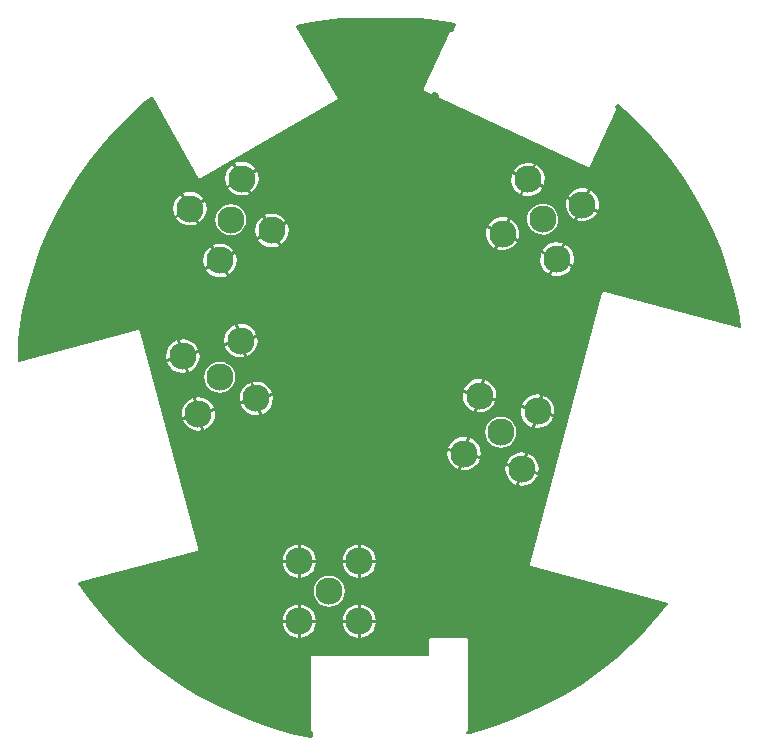
<source format=gbl>
G04 Layer_Physical_Order=4*
G04 Layer_Color=16711680*
%FSLAX25Y25*%
%MOIN*%
G70*
G01*
G75*
%ADD34C,0.09055*%
%ADD35C,0.02700*%
G36*
X16253Y120459D02*
X23045Y119346D01*
X24874Y118939D01*
X25095Y118491D01*
X24014Y116170D01*
X23525Y116191D01*
X23159Y115855D01*
X14507Y97301D01*
X14507Y97301D01*
X14485Y96804D01*
X14487Y96802D01*
X14821Y96438D01*
X69057Y71147D01*
X69550Y71126D01*
X69553Y71126D01*
X69920Y71461D01*
X69920Y71461D01*
X78572Y90016D01*
X78572Y90016D01*
X78593Y90512D01*
X78591Y90514D01*
X78258Y90879D01*
X78195Y90908D01*
X78725Y92056D01*
X79215Y92157D01*
X83482Y88349D01*
X88349Y83481D01*
X92932Y78347D01*
X97218Y72961D01*
X101192Y67341D01*
X104841Y61506D01*
X108155Y55473D01*
X111121Y49262D01*
X113731Y42893D01*
X115977Y36387D01*
X117850Y29764D01*
X119346Y23045D01*
X120243Y17573D01*
X119872Y17237D01*
X74748Y29328D01*
X74255Y29263D01*
X73953Y28869D01*
X49803Y-61259D01*
X49868Y-61751D01*
X50262Y-62054D01*
X95679Y-74223D01*
X95836Y-74698D01*
X92932Y-78347D01*
X88349Y-83482D01*
X83481Y-88349D01*
X78347Y-92932D01*
X72961Y-97218D01*
X67341Y-101192D01*
X61506Y-104841D01*
X55473Y-108155D01*
X49262Y-111121D01*
X42893Y-113731D01*
X36387Y-115977D01*
X29764Y-117850D01*
X28733Y-118080D01*
X28343Y-117767D01*
Y-117201D01*
X28802Y-117010D01*
X28992Y-116551D01*
Y-86551D01*
X28802Y-86092D01*
X28343Y-85902D01*
X16842D01*
X16383Y-86092D01*
X16193Y-86551D01*
Y-89551D01*
Y-91902D01*
X-22658D01*
X-23117Y-92092D01*
X-23307Y-92551D01*
Y-116551D01*
X-23117Y-117010D01*
X-22658Y-117201D01*
Y-119024D01*
X-22754Y-119106D01*
X-23157Y-119321D01*
X-29764Y-117850D01*
X-36387Y-115977D01*
X-42893Y-113731D01*
X-49262Y-111121D01*
X-55473Y-108155D01*
X-61506Y-104841D01*
X-67341Y-101192D01*
X-72961Y-97218D01*
X-78347Y-92932D01*
X-83482Y-88349D01*
X-88349Y-83481D01*
X-92932Y-78347D01*
X-97218Y-72961D01*
X-100800Y-67896D01*
X-100630Y-67426D01*
X-61263Y-56877D01*
X-60871Y-56577D01*
X-60868Y-56575D01*
X-60804Y-56082D01*
X-60804Y-56082D01*
X-80164Y16172D01*
X-80467Y16567D01*
X-80959Y16632D01*
X-120417Y6059D01*
X-120814Y6363D01*
X-120814Y12911D01*
X-120459Y16253D01*
X-119346Y23045D01*
X-117850Y29764D01*
X-115977Y36387D01*
X-113731Y42893D01*
X-111121Y49262D01*
X-108155Y55472D01*
X-104841Y61506D01*
X-101192Y67341D01*
X-97218Y72961D01*
X-92932Y78347D01*
X-88349Y83482D01*
X-83481Y88349D01*
X-78347Y92932D01*
X-76415Y94470D01*
X-75924Y94374D01*
X-60390Y66944D01*
X-14105Y93666D01*
X-28152Y117796D01*
X-27952Y118254D01*
X-23045Y119346D01*
X-16253Y120459D01*
X-12911Y120813D01*
X12911Y120814D01*
X16253Y120459D01*
D02*
G37*
%LPC*%
G36*
X-46240Y72736D02*
X-47683Y72546D01*
X-48561Y72182D01*
X-46057Y67843D01*
X-41718Y70348D01*
X-42297Y71103D01*
X-43452Y71989D01*
X-44797Y72545D01*
X-46240Y72736D01*
D02*
G37*
G36*
X48677Y72443D02*
X47256Y72128D01*
X45965Y71456D01*
X44892Y70473D01*
X44381Y69671D01*
X48921Y67554D01*
X51038Y72094D01*
X50131Y72380D01*
X48677Y72443D01*
D02*
G37*
G36*
X51945Y71671D02*
X49828Y67131D01*
X54368Y65014D01*
X54654Y65921D01*
X54717Y67375D01*
X54402Y68796D01*
X53730Y70087D01*
X52747Y71160D01*
X51945Y71671D01*
D02*
G37*
G36*
X-49428Y71682D02*
X-50182Y71103D01*
X-51068Y69948D01*
X-51625Y68603D01*
X-51815Y67160D01*
X-51625Y65717D01*
X-51261Y64838D01*
X-46923Y67343D01*
X-49428Y71682D01*
D02*
G37*
G36*
X-41218Y69482D02*
X-45557Y66977D01*
X-43052Y62639D01*
X-42297Y63218D01*
X-41411Y64373D01*
X-40854Y65717D01*
X-40664Y67160D01*
X-40854Y68603D01*
X-41218Y69482D01*
D02*
G37*
G36*
X43959Y68765D02*
X43672Y67857D01*
X43609Y66403D01*
X43924Y64982D01*
X44596Y63691D01*
X45579Y62618D01*
X46382Y62107D01*
X48499Y66647D01*
X43959Y68765D01*
D02*
G37*
G36*
X-46423Y66477D02*
X-50761Y63973D01*
X-50182Y63218D01*
X-49027Y62332D01*
X-47683Y61775D01*
X-46240Y61585D01*
X-44797Y61775D01*
X-43918Y62139D01*
X-46423Y66477D01*
D02*
G37*
G36*
X49405Y66225D02*
X47288Y61685D01*
X48195Y61399D01*
X49649Y61335D01*
X51070Y61650D01*
X52361Y62322D01*
X53434Y63306D01*
X53945Y64108D01*
X49405Y66225D01*
D02*
G37*
G36*
X66803Y63991D02*
X65382Y63676D01*
X64091Y63004D01*
X63018Y62021D01*
X62507Y61218D01*
X67047Y59101D01*
X69165Y63641D01*
X68257Y63928D01*
X66803Y63991D01*
D02*
G37*
G36*
X-63560Y62735D02*
X-65003Y62546D01*
X-65882Y62182D01*
X-63377Y57843D01*
X-59039Y60348D01*
X-59618Y61103D01*
X-60773Y61989D01*
X-62117Y62546D01*
X-63560Y62735D01*
D02*
G37*
G36*
X70071Y63219D02*
X67954Y58679D01*
X72494Y56562D01*
X72780Y57469D01*
X72843Y58923D01*
X72528Y60344D01*
X71856Y61635D01*
X70873Y62708D01*
X70071Y63219D01*
D02*
G37*
G36*
X-66748Y61682D02*
X-67503Y61103D01*
X-68389Y59948D01*
X-68945Y58603D01*
X-69135Y57160D01*
X-68946Y55717D01*
X-68582Y54839D01*
X-64243Y57343D01*
X-66748Y61682D01*
D02*
G37*
G36*
X62085Y60312D02*
X61799Y59405D01*
X61735Y57951D01*
X62050Y56530D01*
X62722Y55239D01*
X63705Y54166D01*
X64508Y53655D01*
X66625Y58195D01*
X62085Y60312D01*
D02*
G37*
G36*
X67531Y57772D02*
X65414Y53232D01*
X66321Y52946D01*
X67775Y52883D01*
X69196Y53198D01*
X70487Y53870D01*
X71560Y54853D01*
X72071Y55655D01*
X67531Y57772D01*
D02*
G37*
G36*
X-58539Y59482D02*
X-62877Y56977D01*
X-60373Y52639D01*
X-59618Y53218D01*
X-58732Y54373D01*
X-58175Y55717D01*
X-57985Y57160D01*
X-58175Y58603D01*
X-58539Y59482D01*
D02*
G37*
G36*
X-63743Y56477D02*
X-68082Y53973D01*
X-67503Y53218D01*
X-66348Y52332D01*
X-65003Y51775D01*
X-63560Y51585D01*
X-62117Y51775D01*
X-61238Y52139D01*
X-63743Y56477D01*
D02*
G37*
G36*
X-36240Y55415D02*
X-37683Y55225D01*
X-38561Y54861D01*
X-36057Y50523D01*
X-31718Y53027D01*
X-32297Y53782D01*
X-33452Y54668D01*
X-34797Y55225D01*
X-36240Y55415D01*
D02*
G37*
G36*
X40225Y54317D02*
X38804Y54002D01*
X37513Y53330D01*
X36440Y52347D01*
X35929Y51545D01*
X40469Y49428D01*
X42586Y53968D01*
X41679Y54254D01*
X40225Y54317D01*
D02*
G37*
G36*
X53549Y58752D02*
X52231Y58460D01*
X51034Y57837D01*
X50038Y56924D01*
X49313Y55786D01*
X48907Y54498D01*
X48848Y53149D01*
X49140Y51831D01*
X49764Y50634D01*
X50676Y49638D01*
X51814Y48913D01*
X53102Y48507D01*
X54451Y48448D01*
X55769Y48740D01*
X56966Y49363D01*
X57962Y50276D01*
X58687Y51414D01*
X59093Y52702D01*
X59152Y54051D01*
X58860Y55369D01*
X58236Y56566D01*
X57324Y57562D01*
X56186Y58287D01*
X54898Y58693D01*
X53549Y58752D01*
D02*
G37*
G36*
X-49900Y58672D02*
X-51239Y58496D01*
X-52486Y57979D01*
X-53557Y57157D01*
X-54379Y56086D01*
X-54896Y54839D01*
X-55072Y53500D01*
X-54896Y52161D01*
X-54379Y50914D01*
X-53557Y49843D01*
X-52486Y49021D01*
X-51239Y48504D01*
X-49900Y48328D01*
X-48561Y48504D01*
X-47314Y49021D01*
X-46243Y49843D01*
X-45421Y50914D01*
X-44904Y52161D01*
X-44728Y53500D01*
X-44904Y54839D01*
X-45421Y56086D01*
X-46243Y57157D01*
X-47314Y57979D01*
X-48561Y58496D01*
X-49900Y58672D01*
D02*
G37*
G36*
X-39427Y54361D02*
X-40182Y53782D01*
X-41068Y52627D01*
X-41625Y51283D01*
X-41815Y49840D01*
X-41625Y48397D01*
X-41261Y47518D01*
X-36923Y50023D01*
X-39427Y54361D01*
D02*
G37*
G36*
X43492Y53545D02*
X41375Y49005D01*
X45915Y46888D01*
X46201Y47795D01*
X46265Y49249D01*
X45950Y50670D01*
X45278Y51961D01*
X44294Y53034D01*
X43492Y53545D01*
D02*
G37*
G36*
X-31218Y52162D02*
X-35557Y49657D01*
X-33052Y45318D01*
X-32297Y45897D01*
X-31411Y47052D01*
X-30854Y48397D01*
X-30665Y49840D01*
X-30854Y51283D01*
X-31218Y52162D01*
D02*
G37*
G36*
X-36423Y49157D02*
X-40761Y46652D01*
X-40182Y45897D01*
X-39027Y45011D01*
X-37683Y44455D01*
X-36240Y44265D01*
X-34797Y44455D01*
X-33918Y44818D01*
X-36423Y49157D01*
D02*
G37*
G36*
X35506Y50638D02*
X35220Y49731D01*
X35157Y48277D01*
X35472Y46856D01*
X36144Y45565D01*
X37127Y44492D01*
X37929Y43981D01*
X40046Y48521D01*
X35506Y50638D01*
D02*
G37*
G36*
X40953Y48099D02*
X38835Y43559D01*
X39743Y43273D01*
X41197Y43209D01*
X42618Y43524D01*
X43909Y44196D01*
X44982Y45179D01*
X45493Y45981D01*
X40953Y48099D01*
D02*
G37*
G36*
X58351Y45865D02*
X56930Y45550D01*
X55639Y44878D01*
X54566Y43894D01*
X54055Y43092D01*
X58595Y40975D01*
X60712Y45515D01*
X59805Y45801D01*
X58351Y45865D01*
D02*
G37*
G36*
X-53560Y45415D02*
X-55003Y45225D01*
X-55882Y44861D01*
X-53377Y40523D01*
X-49039Y43027D01*
X-49618Y43782D01*
X-50773Y44668D01*
X-52117Y45225D01*
X-53560Y45415D01*
D02*
G37*
G36*
X61618Y45093D02*
X59501Y40553D01*
X64041Y38436D01*
X64328Y39343D01*
X64391Y40797D01*
X64076Y42218D01*
X63404Y43509D01*
X62421Y44582D01*
X61618Y45093D01*
D02*
G37*
G36*
X-56748Y44361D02*
X-57503Y43782D01*
X-58389Y42627D01*
X-58946Y41283D01*
X-59136Y39840D01*
X-58946Y38397D01*
X-58582Y37518D01*
X-54243Y40023D01*
X-56748Y44361D01*
D02*
G37*
G36*
X53632Y42186D02*
X53346Y41279D01*
X53283Y39825D01*
X53598Y38404D01*
X54270Y37113D01*
X55253Y36040D01*
X56055Y35529D01*
X58172Y40069D01*
X53632Y42186D01*
D02*
G37*
G36*
X-48539Y42162D02*
X-52877Y39657D01*
X-50372Y35318D01*
X-49618Y35897D01*
X-48732Y37052D01*
X-48175Y38397D01*
X-47985Y39840D01*
X-48175Y41283D01*
X-48539Y42162D01*
D02*
G37*
G36*
X59079Y39646D02*
X56962Y35106D01*
X57869Y34820D01*
X59323Y34757D01*
X60744Y35072D01*
X62035Y35744D01*
X63108Y36727D01*
X63619Y37529D01*
X59079Y39646D01*
D02*
G37*
G36*
X-53743Y39157D02*
X-58082Y36652D01*
X-57503Y35897D01*
X-56348Y35011D01*
X-55003Y34455D01*
X-53560Y34264D01*
X-52117Y34455D01*
X-51239Y34818D01*
X-53743Y39157D01*
D02*
G37*
G36*
X-46584Y18746D02*
X-47527Y18622D01*
X-46230Y13783D01*
X-41392Y15080D01*
X-41756Y15958D01*
X-42641Y17113D01*
X-43796Y17999D01*
X-45141Y18556D01*
X-46584Y18746D01*
D02*
G37*
G36*
X-48493Y18363D02*
X-49371Y17999D01*
X-50526Y17113D01*
X-51412Y15958D01*
X-51969Y14614D01*
X-52159Y13171D01*
X-52035Y12228D01*
X-47196Y13524D01*
X-48493Y18363D01*
D02*
G37*
G36*
X-65902Y13570D02*
X-66845Y13446D01*
X-65549Y8607D01*
X-60710Y9903D01*
X-61074Y10782D01*
X-61960Y11937D01*
X-63115Y12823D01*
X-64459Y13380D01*
X-65902Y13570D01*
D02*
G37*
G36*
X-41133Y14114D02*
X-45971Y12817D01*
X-44675Y7979D01*
X-43796Y8343D01*
X-42641Y9229D01*
X-41756Y10383D01*
X-41199Y11728D01*
X-41008Y13171D01*
X-41133Y14114D01*
D02*
G37*
G36*
X-46937Y12559D02*
X-51776Y11262D01*
X-51412Y10383D01*
X-50526Y9229D01*
X-49371Y8343D01*
X-48027Y7786D01*
X-46584Y7596D01*
X-45641Y7720D01*
X-46937Y12559D01*
D02*
G37*
G36*
X-67811Y13187D02*
X-68690Y12823D01*
X-69845Y11937D01*
X-70731Y10782D01*
X-71288Y9437D01*
X-71478Y7994D01*
X-71353Y7051D01*
X-66515Y8348D01*
X-67811Y13187D01*
D02*
G37*
G36*
X-60451Y8937D02*
X-65290Y7641D01*
X-63993Y2802D01*
X-63115Y3166D01*
X-61960Y4052D01*
X-61074Y5207D01*
X-60517Y6551D01*
X-60327Y7994D01*
X-60451Y8937D01*
D02*
G37*
G36*
X-66256Y7382D02*
X-71095Y6086D01*
X-70731Y5207D01*
X-69845Y4052D01*
X-68690Y3166D01*
X-67345Y2609D01*
X-65902Y2419D01*
X-64959Y2543D01*
X-66256Y7382D01*
D02*
G37*
G36*
X-53655Y6095D02*
X-54993Y5919D01*
X-56241Y5402D01*
X-57312Y4580D01*
X-58134Y3509D01*
X-58650Y2262D01*
X-58827Y924D01*
X-58650Y-415D01*
X-58134Y-1663D01*
X-57312Y-2734D01*
X-56241Y-3556D01*
X-54993Y-4072D01*
X-53655Y-4248D01*
X-52316Y-4072D01*
X-51069Y-3556D01*
X-49998Y-2734D01*
X-49176Y-1663D01*
X-48659Y-415D01*
X-48483Y924D01*
X-48659Y2262D01*
X-49176Y3509D01*
X-49998Y4580D01*
X-51069Y5402D01*
X-52316Y5919D01*
X-53655Y6095D01*
D02*
G37*
G36*
X33011Y369D02*
X31568Y179D01*
X30223Y-378D01*
X29068Y-1264D01*
X28182Y-2418D01*
X27818Y-3297D01*
X32657Y-4594D01*
X33954Y245D01*
X33011Y369D01*
D02*
G37*
G36*
X-41407Y-572D02*
X-42350Y-697D01*
X-41054Y-5535D01*
X-36215Y-4239D01*
X-36579Y-3360D01*
X-37465Y-2205D01*
X-38620Y-1319D01*
X-39964Y-762D01*
X-41407Y-572D01*
D02*
G37*
G36*
X34920Y-14D02*
X33623Y-4853D01*
X38462Y-6149D01*
X38586Y-5206D01*
X38396Y-3763D01*
X37839Y-2418D01*
X36953Y-1264D01*
X35798Y-378D01*
X34920Y-14D01*
D02*
G37*
G36*
X-43316Y-955D02*
X-44195Y-1319D01*
X-45350Y-2205D01*
X-46236Y-3360D01*
X-46793Y-4705D01*
X-46983Y-6148D01*
X-46859Y-7091D01*
X-42020Y-5794D01*
X-43316Y-955D01*
D02*
G37*
G36*
X52329Y-4807D02*
X50886Y-4997D01*
X49542Y-5554D01*
X48387Y-6440D01*
X47501Y-7595D01*
X47137Y-8474D01*
X51976Y-9770D01*
X53272Y-4931D01*
X52329Y-4807D01*
D02*
G37*
G36*
X27560Y-4263D02*
X27435Y-5206D01*
X27625Y-6649D01*
X28182Y-7994D01*
X29068Y-9148D01*
X30223Y-10034D01*
X31102Y-10398D01*
X32398Y-5560D01*
X27560Y-4263D01*
D02*
G37*
G36*
X-60726Y-5749D02*
X-61669Y-5873D01*
X-60372Y-10712D01*
X-55534Y-9415D01*
X-55898Y-8536D01*
X-56784Y-7382D01*
X-57938Y-6496D01*
X-59283Y-5939D01*
X-60726Y-5749D01*
D02*
G37*
G36*
X33364Y-5818D02*
X32068Y-10657D01*
X33011Y-10781D01*
X34454Y-10591D01*
X35798Y-10034D01*
X36953Y-9148D01*
X37839Y-7994D01*
X38203Y-7115D01*
X33364Y-5818D01*
D02*
G37*
G36*
X54238Y-5190D02*
X52942Y-10029D01*
X57780Y-11325D01*
X57904Y-10383D01*
X57714Y-8940D01*
X57157Y-7595D01*
X56271Y-6440D01*
X55117Y-5554D01*
X54238Y-5190D01*
D02*
G37*
G36*
X-35956Y-5205D02*
X-40795Y-6501D01*
X-39498Y-11340D01*
X-38620Y-10976D01*
X-37465Y-10090D01*
X-36579Y-8935D01*
X-36022Y-7591D01*
X-35832Y-6148D01*
X-35956Y-5205D01*
D02*
G37*
G36*
X-41761Y-6760D02*
X-46600Y-8056D01*
X-46236Y-8935D01*
X-45350Y-10090D01*
X-44195Y-10976D01*
X-42850Y-11533D01*
X-41407Y-11723D01*
X-40464Y-11599D01*
X-41761Y-6760D01*
D02*
G37*
G36*
X-62635Y-6132D02*
X-63513Y-6496D01*
X-64668Y-7382D01*
X-65554Y-8536D01*
X-66111Y-9881D01*
X-66301Y-11324D01*
X-66177Y-12267D01*
X-61338Y-10970D01*
X-62635Y-6132D01*
D02*
G37*
G36*
X46878Y-9439D02*
X46754Y-10383D01*
X46944Y-11825D01*
X47501Y-13170D01*
X48387Y-14325D01*
X49542Y-15211D01*
X50420Y-15575D01*
X51717Y-10736D01*
X46878Y-9439D01*
D02*
G37*
G36*
X52683Y-10995D02*
X51386Y-15834D01*
X52329Y-15958D01*
X53772Y-15768D01*
X55117Y-15211D01*
X56271Y-14325D01*
X57157Y-13170D01*
X57521Y-12291D01*
X52683Y-10995D01*
D02*
G37*
G36*
X-55275Y-10381D02*
X-60114Y-11677D01*
X-58817Y-16516D01*
X-57938Y-16152D01*
X-56784Y-15266D01*
X-55898Y-14112D01*
X-55341Y-12767D01*
X-55151Y-11324D01*
X-55275Y-10381D01*
D02*
G37*
G36*
X-61080Y-11936D02*
X-65918Y-13233D01*
X-65554Y-14112D01*
X-64668Y-15266D01*
X-63513Y-16152D01*
X-62169Y-16709D01*
X-60726Y-16899D01*
X-59783Y-16775D01*
X-61080Y-11936D01*
D02*
G37*
G36*
X40082Y-12282D02*
X38743Y-12458D01*
X37496Y-12975D01*
X36425Y-13796D01*
X35603Y-14868D01*
X35086Y-16115D01*
X34910Y-17454D01*
X35086Y-18792D01*
X35603Y-20039D01*
X36425Y-21111D01*
X37496Y-21932D01*
X38743Y-22449D01*
X40082Y-22625D01*
X41420Y-22449D01*
X42668Y-21932D01*
X43739Y-21111D01*
X44561Y-20039D01*
X45077Y-18792D01*
X45254Y-17454D01*
X45077Y-16115D01*
X44561Y-14868D01*
X43739Y-13796D01*
X42668Y-12975D01*
X41420Y-12458D01*
X40082Y-12282D01*
D02*
G37*
G36*
X27834Y-18949D02*
X26391Y-19139D01*
X25047Y-19696D01*
X23892Y-20582D01*
X23006Y-21737D01*
X22642Y-22616D01*
X27481Y-23912D01*
X28777Y-19073D01*
X27834Y-18949D01*
D02*
G37*
G36*
X29743Y-19332D02*
X28447Y-24171D01*
X33285Y-25468D01*
X33410Y-24525D01*
X33220Y-23082D01*
X32663Y-21737D01*
X31777Y-20582D01*
X30622Y-19696D01*
X29743Y-19332D01*
D02*
G37*
G36*
X47153Y-24126D02*
X45710Y-24316D01*
X44365Y-24873D01*
X43211Y-25759D01*
X42325Y-26913D01*
X41960Y-27792D01*
X46799Y-29089D01*
X48096Y-24250D01*
X47153Y-24126D01*
D02*
G37*
G36*
X22383Y-23582D02*
X22259Y-24525D01*
X22449Y-25968D01*
X23006Y-27312D01*
X23892Y-28467D01*
X25047Y-29353D01*
X25925Y-29717D01*
X27222Y-24878D01*
X22383Y-23582D01*
D02*
G37*
G36*
X28188Y-25137D02*
X26891Y-29976D01*
X27834Y-30100D01*
X29277Y-29910D01*
X30622Y-29353D01*
X31777Y-28467D01*
X32663Y-27312D01*
X33027Y-26434D01*
X28188Y-25137D01*
D02*
G37*
G36*
X49062Y-24509D02*
X47765Y-29347D01*
X52604Y-30644D01*
X52728Y-29701D01*
X52538Y-28258D01*
X51981Y-26913D01*
X51095Y-25759D01*
X49940Y-24873D01*
X49062Y-24509D01*
D02*
G37*
G36*
X41702Y-28758D02*
X41578Y-29701D01*
X41767Y-31144D01*
X42325Y-32489D01*
X43211Y-33643D01*
X44365Y-34529D01*
X45244Y-34893D01*
X46540Y-30055D01*
X41702Y-28758D01*
D02*
G37*
G36*
X47506Y-30313D02*
X46210Y-35152D01*
X47153Y-35276D01*
X48596Y-35086D01*
X49940Y-34529D01*
X51095Y-33643D01*
X51981Y-32489D01*
X52345Y-31610D01*
X47506Y-30313D01*
D02*
G37*
G36*
X-6643Y-54870D02*
Y-59879D01*
X-1633D01*
X-1758Y-58937D01*
X-2315Y-57592D01*
X-3201Y-56437D01*
X-4355Y-55551D01*
X-5700Y-54994D01*
X-6643Y-54870D01*
D02*
G37*
G36*
X-26643D02*
Y-59879D01*
X-21633D01*
X-21758Y-58937D01*
X-22315Y-57592D01*
X-23201Y-56437D01*
X-24355Y-55551D01*
X-25700Y-54994D01*
X-26643Y-54870D01*
D02*
G37*
G36*
X-27643D02*
X-28586Y-54994D01*
X-29931Y-55551D01*
X-31085Y-56437D01*
X-31971Y-57592D01*
X-32528Y-58937D01*
X-32652Y-59879D01*
X-27643D01*
Y-54870D01*
D02*
G37*
G36*
X-7643D02*
X-8586Y-54994D01*
X-9931Y-55551D01*
X-11085Y-56437D01*
X-11971Y-57592D01*
X-12528Y-58937D01*
X-12652Y-59879D01*
X-7643D01*
Y-54870D01*
D02*
G37*
G36*
X-1633Y-60879D02*
X-6643D01*
Y-65889D01*
X-5700Y-65765D01*
X-4355Y-65208D01*
X-3201Y-64322D01*
X-2315Y-63167D01*
X-1758Y-61822D01*
X-1633Y-60879D01*
D02*
G37*
G36*
X-21633D02*
X-26643D01*
Y-65889D01*
X-25700Y-65765D01*
X-24355Y-65208D01*
X-23201Y-64322D01*
X-22315Y-63167D01*
X-21758Y-61822D01*
X-21633Y-60879D01*
D02*
G37*
G36*
X-27643D02*
X-32652D01*
X-32528Y-61822D01*
X-31971Y-63167D01*
X-31085Y-64322D01*
X-29931Y-65208D01*
X-28586Y-65765D01*
X-27643Y-65889D01*
Y-60879D01*
D02*
G37*
G36*
X-7643D02*
X-12652D01*
X-12528Y-61822D01*
X-11971Y-63167D01*
X-11085Y-64322D01*
X-9931Y-65208D01*
X-8586Y-65765D01*
X-7643Y-65889D01*
Y-60879D01*
D02*
G37*
G36*
X-17143Y-65208D02*
X-18482Y-65384D01*
X-19729Y-65900D01*
X-20800Y-66722D01*
X-21622Y-67794D01*
X-22139Y-69041D01*
X-22315Y-70380D01*
X-22139Y-71718D01*
X-21622Y-72965D01*
X-20800Y-74037D01*
X-19729Y-74858D01*
X-18482Y-75375D01*
X-17143Y-75551D01*
X-15804Y-75375D01*
X-14557Y-74858D01*
X-13486Y-74037D01*
X-12664Y-72965D01*
X-12147Y-71718D01*
X-11971Y-70380D01*
X-12147Y-69041D01*
X-12664Y-67794D01*
X-13486Y-66722D01*
X-14557Y-65900D01*
X-15804Y-65384D01*
X-17143Y-65208D01*
D02*
G37*
G36*
X-6643Y-74870D02*
Y-79879D01*
X-1633D01*
X-1758Y-78936D01*
X-2315Y-77592D01*
X-3201Y-76437D01*
X-4355Y-75551D01*
X-5700Y-74994D01*
X-6643Y-74870D01*
D02*
G37*
G36*
X-26643D02*
Y-79879D01*
X-21633D01*
X-21758Y-78936D01*
X-22315Y-77592D01*
X-23201Y-76437D01*
X-24355Y-75551D01*
X-25700Y-74994D01*
X-26643Y-74870D01*
D02*
G37*
G36*
X-27643D02*
X-28586Y-74994D01*
X-29931Y-75551D01*
X-31085Y-76437D01*
X-31971Y-77592D01*
X-32528Y-78936D01*
X-32652Y-79879D01*
X-27643D01*
Y-74870D01*
D02*
G37*
G36*
X-7643D02*
X-8586Y-74994D01*
X-9931Y-75551D01*
X-11085Y-76437D01*
X-11971Y-77592D01*
X-12528Y-78936D01*
X-12652Y-79879D01*
X-7643D01*
Y-74870D01*
D02*
G37*
G36*
X-1633Y-80879D02*
X-6643D01*
Y-85889D01*
X-5700Y-85765D01*
X-4355Y-85208D01*
X-3201Y-84322D01*
X-2315Y-83167D01*
X-1758Y-81822D01*
X-1633Y-80879D01*
D02*
G37*
G36*
X-21633D02*
X-26643D01*
Y-85889D01*
X-25700Y-85765D01*
X-24355Y-85208D01*
X-23201Y-84322D01*
X-22315Y-83167D01*
X-21758Y-81822D01*
X-21633Y-80879D01*
D02*
G37*
G36*
X-27643D02*
X-32652D01*
X-32528Y-81822D01*
X-31971Y-83167D01*
X-31085Y-84322D01*
X-29931Y-85208D01*
X-28586Y-85765D01*
X-27643Y-85889D01*
Y-80879D01*
D02*
G37*
G36*
X-7643D02*
X-12652D01*
X-12528Y-81822D01*
X-11971Y-83167D01*
X-11085Y-84322D01*
X-9931Y-85208D01*
X-8586Y-85765D01*
X-7643Y-85889D01*
Y-80879D01*
D02*
G37*
%LPD*%
D34*
X40082Y-17454D02*
D03*
X27834Y-24525D02*
D03*
X47153Y-29701D02*
D03*
X52329Y-10383D02*
D03*
X33011Y-5206D02*
D03*
X-7143Y-60379D02*
D03*
Y-80379D02*
D03*
X-27143D02*
D03*
Y-60379D02*
D03*
X-17143Y-70380D02*
D03*
X-53655Y924D02*
D03*
X-46584Y13171D02*
D03*
X-65902Y7994D02*
D03*
X-60726Y-11324D02*
D03*
X-41407Y-6148D02*
D03*
X-53560Y39840D02*
D03*
X-63560Y57160D02*
D03*
X-46240Y67160D02*
D03*
X-36240Y49840D02*
D03*
X-49900Y53500D02*
D03*
X54000Y53600D02*
D03*
X58837Y40311D02*
D03*
X67289Y58437D02*
D03*
X49163Y66889D02*
D03*
X40711Y48763D02*
D03*
D35*
X26200Y-75400D02*
D03*
X-53700Y-44100D02*
D03*
X-56000Y-36000D02*
D03*
X25400Y80700D02*
D03*
X17400Y84000D02*
D03*
X33800Y6600D02*
D03*
X61100Y17000D02*
D03*
X57000Y26300D02*
D03*
X62900Y24900D02*
D03*
X18069Y94554D02*
D03*
X-4957Y-90551D02*
D03*
X-23700Y116400D02*
D03*
X20500Y117400D02*
D03*
X-1300Y118100D02*
D03*
X-11900Y96000D02*
D03*
X10700Y96500D02*
D03*
X80500Y87500D02*
D03*
X116800Y20800D02*
D03*
X96300Y67200D02*
D03*
X107900Y46700D02*
D03*
X92000Y28100D02*
D03*
X76700Y32100D02*
D03*
X70400Y28200D02*
D03*
X87400Y41100D02*
D03*
X77800Y57800D02*
D03*
X65400Y69700D02*
D03*
X46200Y78500D02*
D03*
X28500Y86800D02*
D03*
X22700Y74100D02*
D03*
X14100Y77600D02*
D03*
X20400Y90200D02*
D03*
X8200Y67600D02*
D03*
X10900Y59800D02*
D03*
X19600Y62200D02*
D03*
X25500Y60000D02*
D03*
X28400Y51700D02*
D03*
X36200Y68000D02*
D03*
X30500Y70600D02*
D03*
X69000Y23300D02*
D03*
X66900Y15400D02*
D03*
X52600Y29200D02*
D03*
X46300Y30900D02*
D03*
X39600Y27100D02*
D03*
X43000Y18600D02*
D03*
X41200Y11900D02*
D03*
X54800Y15200D02*
D03*
X53300Y8900D02*
D03*
X51400Y2000D02*
D03*
X62200Y-2400D02*
D03*
X57100Y-21100D02*
D03*
X50900Y-42100D02*
D03*
X46800Y-57700D02*
D03*
X52100Y-66100D02*
D03*
X88200Y-76900D02*
D03*
X63000Y-98100D02*
D03*
X32800Y-113400D02*
D03*
X32700Y-89700D02*
D03*
X26100Y-82700D02*
D03*
X28000Y-70300D02*
D03*
Y-64100D02*
D03*
X22200Y-58100D02*
D03*
X16300Y-64100D02*
D03*
X9700Y-63900D02*
D03*
X3700Y-58500D02*
D03*
X16100Y-75800D02*
D03*
X18300Y-82800D02*
D03*
X9800Y-75800D02*
D03*
X3900Y-75900D02*
D03*
X12600Y-85900D02*
D03*
X3700D02*
D03*
X-10400Y-88900D02*
D03*
X-20000Y-88800D02*
D03*
X-27000Y-91900D02*
D03*
X-50500Y-81000D02*
D03*
X-73400Y-63000D02*
D03*
X-27000Y-115000D02*
D03*
X-26800Y-99800D02*
D03*
X32200Y-97600D02*
D03*
X75400Y-72700D02*
D03*
X-53000Y-104400D02*
D03*
X-74700Y-90700D02*
D03*
X-95500Y-69500D02*
D03*
X-62000Y-60100D02*
D03*
X-57800Y-53200D02*
D03*
X-59600Y-45400D02*
D03*
X-62000Y-37400D02*
D03*
X-47500Y-42700D02*
D03*
X-49900Y-34400D02*
D03*
X-41900Y-42000D02*
D03*
X-35800Y-40500D02*
D03*
X-31800Y-33700D02*
D03*
X-39100Y-29500D02*
D03*
X-40600Y-23900D02*
D03*
X-36100Y-16400D02*
D03*
X-54100Y-20800D02*
D03*
X-66300Y-23700D02*
D03*
X-71100Y-4000D02*
D03*
X-75800Y15300D02*
D03*
X-85400Y19100D02*
D03*
X-93900Y16700D02*
D03*
X-116900Y10200D02*
D03*
X-110400Y39800D02*
D03*
X-98700Y65500D02*
D03*
X-78000Y89600D02*
D03*
X-70100Y77000D02*
D03*
X-65200Y68200D02*
D03*
X-39900Y75600D02*
D03*
X-26400Y83600D02*
D03*
X-18700Y87900D02*
D03*
X-14800Y80800D02*
D03*
X-22400Y76400D02*
D03*
X-18800Y64500D02*
D03*
X-30200Y71700D02*
D03*
X-24400Y61800D02*
D03*
X-35800Y68600D02*
D03*
X-10900Y76600D02*
D03*
X-7500Y70700D02*
D03*
X-9700Y62200D02*
D03*
X-27200Y52400D02*
D03*
X66000Y-69400D02*
D03*
X49300Y-81700D02*
D03*
X-31700Y41800D02*
D03*
X-49100Y31200D02*
D03*
X-48400Y22100D02*
D03*
X-38000Y15400D02*
D03*
X37100Y39700D02*
D03*
X24600Y-2100D02*
D03*
X18500Y-22000D02*
D03*
X-7500Y-50600D02*
D03*
X-26000Y-50400D02*
D03*
X-32100Y-3900D02*
D03*
X-18300Y26700D02*
D03*
X10900Y27900D02*
D03*
X-2900Y40500D02*
D03*
X-3000Y8100D02*
D03*
X-17500Y-1600D02*
D03*
X13500Y-7700D02*
D03*
X-3800Y-22300D02*
D03*
M02*

</source>
